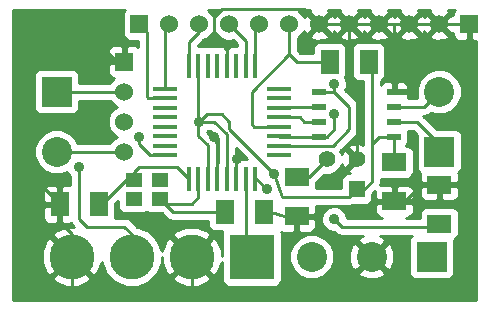
<source format=gbl>
G04 (created by PCBNEW (2013-dec-23)-stable) date Вт 14 апр 2015 10:35:36*
%MOIN*%
G04 Gerber Fmt 3.4, Leading zero omitted, Abs format*
%FSLAX34Y34*%
G01*
G70*
G90*
G04 APERTURE LIST*
%ADD10C,0.00590551*%
%ADD11R,0.0177X0.0787*%
%ADD12R,0.0787X0.0177*%
%ADD13R,0.045X0.02*%
%ADD14R,0.08X0.06*%
%ADD15R,0.06X0.08*%
%ADD16R,0.1X0.1*%
%ADD17C,0.1*%
%ADD18R,0.06X0.06*%
%ADD19C,0.06*%
%ADD20R,0.055X0.055*%
%ADD21C,0.055*%
%ADD22R,0.0551181X0.0472441*%
%ADD23C,0.15*%
%ADD24R,0.15X0.15*%
%ADD25C,0.035*%
%ADD26C,0.01*%
G04 APERTURE END LIST*
G54D10*
G54D11*
X47157Y-33146D03*
X47472Y-33146D03*
X47787Y-33146D03*
X48102Y-33146D03*
X48417Y-33146D03*
X48732Y-33146D03*
X49047Y-33146D03*
X49362Y-33146D03*
X49360Y-29380D03*
X47150Y-29380D03*
X47470Y-29380D03*
X47790Y-29380D03*
X48100Y-29380D03*
X48420Y-29380D03*
X48730Y-29380D03*
X49050Y-29380D03*
G54D12*
X50150Y-32362D03*
X50150Y-32048D03*
X50150Y-31732D03*
X50150Y-31418D03*
X50150Y-31102D03*
X50150Y-30788D03*
X50150Y-30472D03*
X50150Y-30158D03*
X46370Y-32360D03*
X46370Y-32050D03*
X46370Y-31730D03*
X46370Y-31420D03*
X46370Y-31110D03*
X46370Y-30790D03*
X46370Y-30470D03*
X46370Y-30150D03*
G54D13*
X54000Y-31750D03*
X54000Y-31250D03*
X54000Y-30750D03*
X54000Y-30250D03*
X51500Y-30250D03*
X51500Y-30750D03*
X51500Y-31250D03*
X51500Y-31750D03*
G54D14*
X50750Y-34400D03*
X50750Y-33100D03*
X54000Y-33900D03*
X54000Y-32600D03*
G54D15*
X42850Y-34000D03*
X44150Y-34000D03*
X49650Y-34250D03*
X48350Y-34250D03*
G54D16*
X55500Y-32250D03*
G54D17*
X55500Y-30250D03*
G54D16*
X42750Y-30250D03*
G54D17*
X42750Y-32250D03*
G54D18*
X56500Y-28000D03*
G54D19*
X55500Y-28000D03*
X54500Y-28000D03*
X53500Y-28000D03*
X52500Y-28000D03*
X51500Y-28000D03*
G54D18*
X45000Y-29250D03*
G54D19*
X45000Y-30250D03*
X45000Y-31250D03*
X45000Y-32250D03*
G54D15*
X51850Y-29250D03*
X53150Y-29250D03*
G54D18*
X45500Y-28000D03*
G54D19*
X46500Y-28000D03*
X47500Y-28000D03*
X48500Y-28000D03*
X49500Y-28000D03*
X50500Y-28000D03*
G54D20*
X52750Y-33500D03*
G54D21*
X52750Y-32500D03*
X51750Y-32500D03*
G54D22*
X46183Y-33814D03*
X45316Y-33814D03*
X46183Y-33185D03*
X45316Y-33185D03*
G54D14*
X55500Y-34650D03*
X55500Y-33350D03*
G54D23*
X47250Y-35750D03*
X45250Y-35750D03*
G54D24*
X49250Y-35750D03*
G54D23*
X43250Y-35750D03*
G54D16*
X55250Y-35750D03*
G54D17*
X53250Y-35750D03*
X51250Y-35750D03*
G54D25*
X46000Y-34500D03*
X48750Y-32500D03*
X48000Y-31750D03*
X52000Y-34500D03*
X52000Y-31000D03*
X49750Y-33500D03*
X52000Y-30000D03*
X43500Y-32750D03*
X45500Y-31750D03*
X50000Y-33000D03*
X47500Y-31250D03*
G54D26*
X46000Y-34500D02*
X47250Y-35750D01*
X52000Y-37000D02*
X56000Y-37000D01*
X56100Y-33350D02*
X55500Y-33350D01*
X56500Y-33750D02*
X56100Y-33350D01*
X56500Y-34350D02*
X56500Y-33750D01*
X56500Y-36500D02*
X56500Y-34350D01*
X56000Y-37000D02*
X56500Y-36500D01*
X47000Y-37000D02*
X52000Y-37000D01*
X52000Y-37000D02*
X53250Y-35750D01*
X54000Y-33900D02*
X54350Y-33900D01*
X54350Y-33900D02*
X54900Y-33350D01*
X54900Y-33350D02*
X55500Y-33350D01*
X43250Y-35750D02*
X43250Y-37000D01*
X43250Y-37000D02*
X47000Y-37000D01*
X47000Y-37000D02*
X47250Y-36750D01*
X47250Y-36750D02*
X47250Y-35750D01*
X43250Y-35750D02*
X43250Y-35000D01*
X42850Y-34600D02*
X42850Y-34000D01*
X43250Y-35000D02*
X42850Y-34600D01*
X48732Y-32518D02*
X48750Y-32500D01*
X48732Y-33146D02*
X48732Y-32518D01*
X48102Y-33146D02*
X48102Y-31852D01*
X48102Y-31852D02*
X48000Y-31750D01*
X54000Y-30250D02*
X54000Y-28000D01*
X53500Y-28000D02*
X54000Y-28000D01*
X54000Y-28000D02*
X54500Y-28000D01*
X52500Y-28000D02*
X53500Y-28000D01*
X48250Y-27500D02*
X51000Y-27500D01*
X48420Y-28670D02*
X48000Y-28250D01*
X48000Y-28250D02*
X48000Y-27750D01*
X48000Y-27750D02*
X48250Y-27500D01*
X48420Y-29380D02*
X48420Y-28670D01*
X51000Y-27500D02*
X51500Y-28000D01*
X54500Y-28000D02*
X55500Y-28000D01*
X55500Y-28000D02*
X56500Y-28000D01*
X51500Y-28000D02*
X52500Y-28000D01*
X52750Y-32500D02*
X52750Y-30250D01*
X52500Y-30000D02*
X52500Y-28000D01*
X52750Y-30250D02*
X52500Y-30000D01*
X49900Y-34250D02*
X50650Y-34500D01*
X50650Y-34500D02*
X50750Y-34400D01*
X45000Y-29250D02*
X44750Y-29250D01*
X41750Y-32900D02*
X42850Y-34000D01*
X41750Y-29000D02*
X41750Y-32900D01*
X42250Y-28500D02*
X41750Y-29000D01*
X44000Y-28500D02*
X42250Y-28500D01*
X44750Y-29250D02*
X44000Y-28500D01*
X54000Y-30750D02*
X55000Y-30750D01*
X55000Y-30750D02*
X55500Y-30250D01*
X46370Y-30470D02*
X45780Y-30470D01*
X45750Y-28250D02*
X45500Y-28000D01*
X45750Y-30440D02*
X45750Y-28250D01*
X45780Y-30470D02*
X45750Y-30440D01*
X54250Y-34750D02*
X55400Y-34750D01*
X55400Y-34750D02*
X55500Y-34650D01*
X52250Y-34750D02*
X54250Y-34750D01*
X52000Y-34500D02*
X52250Y-34750D01*
X52000Y-31500D02*
X52000Y-31000D01*
X51750Y-31750D02*
X52000Y-31500D01*
X51500Y-31750D02*
X51750Y-31750D01*
X51500Y-31750D02*
X50168Y-31750D01*
X50168Y-31750D02*
X50150Y-31732D01*
X49362Y-33146D02*
X49396Y-33146D01*
X49396Y-33146D02*
X49750Y-33500D01*
X52000Y-30250D02*
X52000Y-30000D01*
X50150Y-32048D02*
X51952Y-32048D01*
X52000Y-30250D02*
X51500Y-30250D01*
X52500Y-30750D02*
X52000Y-30250D01*
X52500Y-31500D02*
X52500Y-30750D01*
X51952Y-32048D02*
X52500Y-31500D01*
X50150Y-31102D02*
X50852Y-31102D01*
X51000Y-31250D02*
X51500Y-31250D01*
X50852Y-31102D02*
X51000Y-31250D01*
X51500Y-30750D02*
X50188Y-30750D01*
X50188Y-30750D02*
X50150Y-30788D01*
X49360Y-29380D02*
X49360Y-28140D01*
X49360Y-28140D02*
X49500Y-28000D01*
X49047Y-33146D02*
X49047Y-35547D01*
X49047Y-35547D02*
X49250Y-35750D01*
X42750Y-30250D02*
X45000Y-30250D01*
X45250Y-35750D02*
X45250Y-35000D01*
X43500Y-34500D02*
X43500Y-32750D01*
X43750Y-34750D02*
X43500Y-34500D01*
X45000Y-34750D02*
X43750Y-34750D01*
X45250Y-35000D02*
X45000Y-34750D01*
X50750Y-33100D02*
X51150Y-33100D01*
X51150Y-33100D02*
X51750Y-32500D01*
X45000Y-32250D02*
X42750Y-32250D01*
X44150Y-34000D02*
X44250Y-34000D01*
X45064Y-33185D02*
X45316Y-33185D01*
X44250Y-34000D02*
X45064Y-33185D01*
X45316Y-33185D02*
X45316Y-32933D01*
X46761Y-32750D02*
X47157Y-33146D01*
X45500Y-32750D02*
X46761Y-32750D01*
X45316Y-32933D02*
X45500Y-32750D01*
X47472Y-33146D02*
X47472Y-33778D01*
X46368Y-34000D02*
X46183Y-33814D01*
X47250Y-34000D02*
X46368Y-34000D01*
X47472Y-33778D02*
X47250Y-34000D01*
X48600Y-34250D02*
X46618Y-34250D01*
X46618Y-34250D02*
X46183Y-33814D01*
X45860Y-32360D02*
X45500Y-32000D01*
X45500Y-32000D02*
X45500Y-31750D01*
X46370Y-32360D02*
X45860Y-32360D01*
X51850Y-29250D02*
X50750Y-29250D01*
X50750Y-29250D02*
X50500Y-29000D01*
X50150Y-31418D02*
X49332Y-31418D01*
X50500Y-29000D02*
X50500Y-28000D01*
X49250Y-30250D02*
X50500Y-29000D01*
X49250Y-30500D02*
X49250Y-30250D01*
X49250Y-31336D02*
X49250Y-30500D01*
X49332Y-31418D02*
X49250Y-31336D01*
X49050Y-28800D02*
X49050Y-28550D01*
X49050Y-29380D02*
X49050Y-28800D01*
X49050Y-28550D02*
X48500Y-28000D01*
X47150Y-29380D02*
X47150Y-28600D01*
X47500Y-28250D02*
X47500Y-28000D01*
X47150Y-28600D02*
X47500Y-28250D01*
X46370Y-30150D02*
X46370Y-28130D01*
X46370Y-28130D02*
X46500Y-28000D01*
X55500Y-32250D02*
X55500Y-32000D01*
X54750Y-31250D02*
X54000Y-31250D01*
X55500Y-32000D02*
X54750Y-31250D01*
X50500Y-33750D02*
X50250Y-33750D01*
X50000Y-33000D02*
X50250Y-33750D01*
X50500Y-33750D02*
X52500Y-33750D01*
X52500Y-33750D02*
X52750Y-33500D01*
X47500Y-31250D02*
X47750Y-31000D01*
X48500Y-31500D02*
X50000Y-33000D01*
X48500Y-31250D02*
X48500Y-31500D01*
X48250Y-31000D02*
X48500Y-31250D01*
X47750Y-31000D02*
X48250Y-31000D01*
X47500Y-31250D02*
X48000Y-31250D01*
X48417Y-31667D02*
X48417Y-33146D01*
X48000Y-31250D02*
X48417Y-31667D01*
X47500Y-31250D02*
X47470Y-31250D01*
X47470Y-31250D02*
X47500Y-31250D01*
X47500Y-31250D02*
X47470Y-31250D01*
X47787Y-33146D02*
X47787Y-32037D01*
X47470Y-31720D02*
X47470Y-31250D01*
X47470Y-31250D02*
X47470Y-30720D01*
X47470Y-30720D02*
X47470Y-30470D01*
X47787Y-32037D02*
X47470Y-31720D01*
X47470Y-29380D02*
X47470Y-30470D01*
X53250Y-32000D02*
X53250Y-29350D01*
X53250Y-29350D02*
X53150Y-29250D01*
X54000Y-31750D02*
X54000Y-32600D01*
X52750Y-33500D02*
X53000Y-33500D01*
X53250Y-33250D02*
X53250Y-32000D01*
X53000Y-33500D02*
X53250Y-33250D01*
X53500Y-31750D02*
X54000Y-31750D01*
X53250Y-32000D02*
X53500Y-31750D01*
G54D10*
G36*
X48117Y-32610D02*
X48116Y-32610D01*
X48102Y-32646D01*
X48087Y-32611D01*
X48087Y-32610D01*
X48087Y-32037D01*
X48064Y-31922D01*
X47999Y-31824D01*
X47999Y-31824D01*
X47770Y-31595D01*
X47770Y-31580D01*
X47801Y-31550D01*
X47875Y-31550D01*
X48117Y-31791D01*
X48117Y-32610D01*
X48117Y-32610D01*
G37*
G54D26*
X48117Y-32610D02*
X48116Y-32610D01*
X48102Y-32646D01*
X48087Y-32611D01*
X48087Y-32610D01*
X48087Y-32037D01*
X48064Y-31922D01*
X47999Y-31824D01*
X47999Y-31824D01*
X47770Y-31595D01*
X47770Y-31580D01*
X47801Y-31550D01*
X47875Y-31550D01*
X48117Y-31791D01*
X48117Y-32610D01*
G54D10*
G36*
X48198Y-27529D02*
X48188Y-27533D01*
X48034Y-27688D01*
X48000Y-27769D01*
X47966Y-27688D01*
X47811Y-27534D01*
X47801Y-27529D01*
X48198Y-27529D01*
X48198Y-27529D01*
G37*
G54D26*
X48198Y-27529D02*
X48188Y-27533D01*
X48034Y-27688D01*
X48000Y-27769D01*
X47966Y-27688D01*
X47811Y-27534D01*
X47801Y-27529D01*
X48198Y-27529D01*
G54D10*
G36*
X48750Y-28736D02*
X48591Y-28736D01*
X48575Y-28743D01*
X48558Y-28736D01*
X48526Y-28736D01*
X48464Y-28799D01*
X48464Y-28810D01*
X48429Y-28844D01*
X48415Y-28880D01*
X48400Y-28845D01*
X48375Y-28820D01*
X48375Y-28799D01*
X48313Y-28736D01*
X48281Y-28736D01*
X48260Y-28745D01*
X48238Y-28736D01*
X48138Y-28736D01*
X47961Y-28736D01*
X47945Y-28743D01*
X47928Y-28736D01*
X47828Y-28736D01*
X47651Y-28736D01*
X47630Y-28745D01*
X47608Y-28736D01*
X47508Y-28736D01*
X47450Y-28736D01*
X47450Y-28724D01*
X47634Y-28539D01*
X47811Y-28466D01*
X47965Y-28311D01*
X47999Y-28230D01*
X48033Y-28311D01*
X48188Y-28465D01*
X48390Y-28549D01*
X48608Y-28550D01*
X48620Y-28545D01*
X48750Y-28674D01*
X48750Y-28736D01*
X48750Y-28736D01*
G37*
G54D26*
X48750Y-28736D02*
X48591Y-28736D01*
X48575Y-28743D01*
X48558Y-28736D01*
X48526Y-28736D01*
X48464Y-28799D01*
X48464Y-28810D01*
X48429Y-28844D01*
X48415Y-28880D01*
X48400Y-28845D01*
X48375Y-28820D01*
X48375Y-28799D01*
X48313Y-28736D01*
X48281Y-28736D01*
X48260Y-28745D01*
X48238Y-28736D01*
X48138Y-28736D01*
X47961Y-28736D01*
X47945Y-28743D01*
X47928Y-28736D01*
X47828Y-28736D01*
X47651Y-28736D01*
X47630Y-28745D01*
X47608Y-28736D01*
X47508Y-28736D01*
X47450Y-28736D01*
X47450Y-28724D01*
X47634Y-28539D01*
X47811Y-28466D01*
X47965Y-28311D01*
X47999Y-28230D01*
X48033Y-28311D01*
X48188Y-28465D01*
X48390Y-28549D01*
X48608Y-28550D01*
X48620Y-28545D01*
X48750Y-28674D01*
X48750Y-28736D01*
G54D10*
G36*
X49078Y-32502D02*
X48908Y-32502D01*
X48889Y-32510D01*
X48870Y-32502D01*
X48838Y-32502D01*
X48776Y-32565D01*
X48776Y-32581D01*
X48746Y-32610D01*
X48732Y-32646D01*
X48717Y-32611D01*
X48717Y-32610D01*
X48717Y-32141D01*
X49078Y-32502D01*
X49078Y-32502D01*
G37*
G54D26*
X49078Y-32502D02*
X48908Y-32502D01*
X48889Y-32510D01*
X48870Y-32502D01*
X48838Y-32502D01*
X48776Y-32565D01*
X48776Y-32581D01*
X48746Y-32610D01*
X48732Y-32646D01*
X48717Y-32611D01*
X48717Y-32610D01*
X48717Y-32141D01*
X49078Y-32502D01*
G54D10*
G36*
X49707Y-34300D02*
X49700Y-34300D01*
X49700Y-34307D01*
X49600Y-34307D01*
X49600Y-34300D01*
X49592Y-34300D01*
X49592Y-34200D01*
X49600Y-34200D01*
X49600Y-34192D01*
X49700Y-34192D01*
X49700Y-34200D01*
X49707Y-34200D01*
X49707Y-34300D01*
X49707Y-34300D01*
G37*
G54D26*
X49707Y-34300D02*
X49700Y-34300D01*
X49700Y-34307D01*
X49600Y-34307D01*
X49600Y-34300D01*
X49592Y-34300D01*
X49592Y-34200D01*
X49600Y-34200D01*
X49600Y-34192D01*
X49700Y-34192D01*
X49700Y-34200D01*
X49707Y-34200D01*
X49707Y-34300D01*
G54D10*
G36*
X56720Y-37200D02*
X56150Y-37200D01*
X56150Y-34900D01*
X56150Y-34300D01*
X56150Y-33699D01*
X56150Y-33462D01*
X56087Y-33400D01*
X55550Y-33400D01*
X55550Y-33837D01*
X55612Y-33900D01*
X55850Y-33900D01*
X55949Y-33899D01*
X56041Y-33861D01*
X56112Y-33791D01*
X56150Y-33699D01*
X56150Y-34300D01*
X56112Y-34208D01*
X56041Y-34138D01*
X55949Y-34100D01*
X55850Y-34099D01*
X55450Y-34099D01*
X55450Y-33837D01*
X55450Y-33400D01*
X54912Y-33400D01*
X54850Y-33462D01*
X54849Y-33699D01*
X54887Y-33791D01*
X54958Y-33861D01*
X55050Y-33899D01*
X55149Y-33900D01*
X55387Y-33900D01*
X55450Y-33837D01*
X55450Y-34099D01*
X55050Y-34099D01*
X54958Y-34137D01*
X54888Y-34208D01*
X54850Y-34300D01*
X54849Y-34399D01*
X54849Y-34450D01*
X54399Y-34450D01*
X54449Y-34449D01*
X54541Y-34411D01*
X54612Y-34341D01*
X54650Y-34249D01*
X54650Y-33550D01*
X54612Y-33458D01*
X54541Y-33388D01*
X54449Y-33350D01*
X54350Y-33349D01*
X54112Y-33350D01*
X54050Y-33412D01*
X54050Y-33850D01*
X54587Y-33850D01*
X54650Y-33787D01*
X54650Y-33550D01*
X54650Y-34249D01*
X54650Y-34012D01*
X54587Y-33950D01*
X54050Y-33950D01*
X54050Y-33957D01*
X53950Y-33957D01*
X53950Y-33950D01*
X53412Y-33950D01*
X53350Y-34012D01*
X53349Y-34249D01*
X53387Y-34341D01*
X53458Y-34411D01*
X53550Y-34449D01*
X53600Y-34450D01*
X52425Y-34450D01*
X52425Y-34415D01*
X52360Y-34259D01*
X52241Y-34139D01*
X52084Y-34075D01*
X51915Y-34074D01*
X51759Y-34139D01*
X51639Y-34258D01*
X51575Y-34415D01*
X51574Y-34584D01*
X51639Y-34740D01*
X51758Y-34860D01*
X51915Y-34924D01*
X52000Y-34925D01*
X52037Y-34962D01*
X52037Y-34962D01*
X52135Y-35027D01*
X52250Y-35050D01*
X52970Y-35050D01*
X52841Y-35103D01*
X52790Y-35219D01*
X53250Y-35679D01*
X53709Y-35219D01*
X53658Y-35103D01*
X53519Y-35050D01*
X54250Y-35050D01*
X54596Y-35050D01*
X54538Y-35108D01*
X54500Y-35200D01*
X54499Y-35299D01*
X54499Y-36299D01*
X54537Y-36391D01*
X54608Y-36461D01*
X54700Y-36499D01*
X54799Y-36500D01*
X55799Y-36500D01*
X55891Y-36462D01*
X55961Y-36391D01*
X55999Y-36299D01*
X56000Y-36200D01*
X56000Y-35200D01*
X55992Y-35182D01*
X56041Y-35162D01*
X56111Y-35091D01*
X56149Y-34999D01*
X56150Y-34900D01*
X56150Y-37200D01*
X54003Y-37200D01*
X54003Y-35879D01*
X53995Y-35581D01*
X53896Y-35341D01*
X53780Y-35290D01*
X53320Y-35750D01*
X53780Y-36209D01*
X53896Y-36158D01*
X54003Y-35879D01*
X54003Y-37200D01*
X53709Y-37200D01*
X53709Y-36280D01*
X53250Y-35820D01*
X53179Y-35891D01*
X53179Y-35750D01*
X52719Y-35290D01*
X52603Y-35341D01*
X52496Y-35620D01*
X52504Y-35918D01*
X52603Y-36158D01*
X52719Y-36209D01*
X53179Y-35750D01*
X53179Y-35891D01*
X52790Y-36280D01*
X52841Y-36396D01*
X53120Y-36503D01*
X53418Y-36495D01*
X53658Y-36396D01*
X53709Y-36280D01*
X53709Y-37200D01*
X52000Y-37200D01*
X52000Y-35601D01*
X51886Y-35325D01*
X51675Y-35114D01*
X51400Y-35000D01*
X51400Y-34749D01*
X51400Y-34512D01*
X51337Y-34450D01*
X50800Y-34450D01*
X50800Y-34887D01*
X50862Y-34950D01*
X51100Y-34950D01*
X51199Y-34949D01*
X51291Y-34911D01*
X51362Y-34841D01*
X51400Y-34749D01*
X51400Y-35000D01*
X51399Y-35000D01*
X51101Y-34999D01*
X50825Y-35113D01*
X50614Y-35324D01*
X50500Y-35600D01*
X50499Y-35898D01*
X50613Y-36174D01*
X50824Y-36385D01*
X51100Y-36499D01*
X51398Y-36500D01*
X51674Y-36386D01*
X51885Y-36175D01*
X51999Y-35899D01*
X52000Y-35601D01*
X52000Y-37200D01*
X47890Y-37200D01*
X47890Y-36461D01*
X47250Y-35820D01*
X46609Y-36461D01*
X46691Y-36603D01*
X47060Y-36751D01*
X47458Y-36748D01*
X47808Y-36603D01*
X47890Y-36461D01*
X47890Y-37200D01*
X43890Y-37200D01*
X43890Y-36461D01*
X43250Y-35820D01*
X43179Y-35891D01*
X43179Y-35750D01*
X42538Y-35109D01*
X42396Y-35191D01*
X42248Y-35560D01*
X42251Y-35958D01*
X42396Y-36308D01*
X42538Y-36390D01*
X43179Y-35750D01*
X43179Y-35891D01*
X42609Y-36461D01*
X42691Y-36603D01*
X43060Y-36751D01*
X43458Y-36748D01*
X43808Y-36603D01*
X43890Y-36461D01*
X43890Y-37200D01*
X41300Y-37200D01*
X41300Y-27529D01*
X45016Y-27529D01*
X44988Y-27558D01*
X44950Y-27650D01*
X44949Y-27749D01*
X44949Y-28349D01*
X44987Y-28441D01*
X45058Y-28511D01*
X45150Y-28549D01*
X45249Y-28550D01*
X45450Y-28550D01*
X45450Y-28746D01*
X45441Y-28738D01*
X45349Y-28700D01*
X45250Y-28699D01*
X45112Y-28700D01*
X45050Y-28762D01*
X45050Y-29200D01*
X45057Y-29200D01*
X45057Y-29300D01*
X45050Y-29300D01*
X45050Y-29307D01*
X44950Y-29307D01*
X44950Y-29300D01*
X44950Y-29200D01*
X44950Y-28762D01*
X44887Y-28700D01*
X44749Y-28699D01*
X44650Y-28700D01*
X44558Y-28738D01*
X44487Y-28808D01*
X44449Y-28900D01*
X44450Y-29137D01*
X44512Y-29200D01*
X44950Y-29200D01*
X44950Y-29300D01*
X44512Y-29300D01*
X44450Y-29362D01*
X44449Y-29599D01*
X44487Y-29691D01*
X44558Y-29761D01*
X44650Y-29799D01*
X44672Y-29799D01*
X44534Y-29938D01*
X44529Y-29950D01*
X43500Y-29950D01*
X43500Y-29700D01*
X43462Y-29608D01*
X43391Y-29538D01*
X43299Y-29500D01*
X43200Y-29499D01*
X42200Y-29499D01*
X42108Y-29537D01*
X42038Y-29608D01*
X42000Y-29700D01*
X41999Y-29799D01*
X41999Y-30799D01*
X42037Y-30891D01*
X42108Y-30961D01*
X42200Y-30999D01*
X42299Y-31000D01*
X43299Y-31000D01*
X43391Y-30962D01*
X43461Y-30891D01*
X43499Y-30799D01*
X43500Y-30700D01*
X43500Y-30550D01*
X44528Y-30550D01*
X44533Y-30561D01*
X44688Y-30715D01*
X44769Y-30749D01*
X44688Y-30783D01*
X44534Y-30938D01*
X44450Y-31140D01*
X44449Y-31358D01*
X44533Y-31561D01*
X44688Y-31715D01*
X44769Y-31749D01*
X44688Y-31783D01*
X44534Y-31938D01*
X44529Y-31950D01*
X43437Y-31950D01*
X43386Y-31825D01*
X43175Y-31614D01*
X42899Y-31500D01*
X42601Y-31499D01*
X42325Y-31613D01*
X42114Y-31824D01*
X42000Y-32100D01*
X41999Y-32398D01*
X42113Y-32674D01*
X42324Y-32885D01*
X42600Y-32999D01*
X42898Y-33000D01*
X43107Y-32913D01*
X43139Y-32990D01*
X43200Y-33051D01*
X43200Y-33350D01*
X43199Y-33349D01*
X42962Y-33350D01*
X42900Y-33412D01*
X42900Y-33950D01*
X42907Y-33950D01*
X42907Y-34050D01*
X42900Y-34050D01*
X42900Y-34587D01*
X42962Y-34650D01*
X43199Y-34650D01*
X43236Y-34634D01*
X43287Y-34712D01*
X43324Y-34749D01*
X43041Y-34751D01*
X42800Y-34851D01*
X42800Y-34587D01*
X42800Y-34050D01*
X42800Y-33950D01*
X42800Y-33412D01*
X42737Y-33350D01*
X42500Y-33349D01*
X42408Y-33387D01*
X42338Y-33458D01*
X42300Y-33550D01*
X42299Y-33649D01*
X42300Y-33887D01*
X42362Y-33950D01*
X42800Y-33950D01*
X42800Y-34050D01*
X42362Y-34050D01*
X42300Y-34112D01*
X42299Y-34350D01*
X42300Y-34449D01*
X42338Y-34541D01*
X42408Y-34612D01*
X42500Y-34650D01*
X42737Y-34650D01*
X42800Y-34587D01*
X42800Y-34851D01*
X42691Y-34896D01*
X42609Y-35038D01*
X43250Y-35679D01*
X43255Y-35673D01*
X43326Y-35744D01*
X43320Y-35750D01*
X43961Y-36390D01*
X44103Y-36308D01*
X44249Y-35944D01*
X44249Y-35948D01*
X44401Y-36315D01*
X44682Y-36597D01*
X45050Y-36749D01*
X45448Y-36750D01*
X45815Y-36598D01*
X46097Y-36317D01*
X46249Y-35949D01*
X46249Y-35754D01*
X46251Y-35958D01*
X46396Y-36308D01*
X46538Y-36390D01*
X47179Y-35750D01*
X46538Y-35109D01*
X46396Y-35191D01*
X46250Y-35555D01*
X46250Y-35551D01*
X46098Y-35184D01*
X45817Y-34902D01*
X45449Y-34750D01*
X45424Y-34750D01*
X45212Y-34537D01*
X45114Y-34472D01*
X45000Y-34450D01*
X44699Y-34450D01*
X44699Y-34449D01*
X44700Y-34350D01*
X44700Y-33974D01*
X44791Y-33882D01*
X44791Y-34100D01*
X44829Y-34192D01*
X44899Y-34262D01*
X44991Y-34301D01*
X45090Y-34301D01*
X45642Y-34301D01*
X45733Y-34263D01*
X45749Y-34247D01*
X45765Y-34262D01*
X45857Y-34301D01*
X45956Y-34301D01*
X46245Y-34301D01*
X46405Y-34462D01*
X46405Y-34462D01*
X46503Y-34527D01*
X46618Y-34549D01*
X46618Y-34550D01*
X47799Y-34550D01*
X47799Y-34699D01*
X47837Y-34791D01*
X47908Y-34861D01*
X48000Y-34899D01*
X48099Y-34900D01*
X48270Y-34900D01*
X48250Y-34950D01*
X48249Y-35049D01*
X48249Y-35740D01*
X48248Y-35541D01*
X48103Y-35191D01*
X47961Y-35109D01*
X47890Y-35180D01*
X47890Y-35038D01*
X47808Y-34896D01*
X47439Y-34748D01*
X47041Y-34751D01*
X46691Y-34896D01*
X46609Y-35038D01*
X47250Y-35679D01*
X47890Y-35038D01*
X47890Y-35180D01*
X47320Y-35750D01*
X47961Y-36390D01*
X48103Y-36308D01*
X48249Y-35943D01*
X48249Y-36549D01*
X48287Y-36641D01*
X48358Y-36711D01*
X48450Y-36749D01*
X48549Y-36750D01*
X50049Y-36750D01*
X50141Y-36712D01*
X50211Y-36641D01*
X50249Y-36549D01*
X50250Y-36450D01*
X50250Y-34950D01*
X50239Y-34924D01*
X50300Y-34949D01*
X50399Y-34950D01*
X50637Y-34950D01*
X50700Y-34887D01*
X50700Y-34450D01*
X50692Y-34450D01*
X50692Y-34350D01*
X50700Y-34350D01*
X50700Y-34342D01*
X50800Y-34342D01*
X50800Y-34350D01*
X51337Y-34350D01*
X51400Y-34287D01*
X51400Y-34050D01*
X51399Y-34050D01*
X52500Y-34050D01*
X52500Y-34049D01*
X52614Y-34027D01*
X52614Y-34027D01*
X52617Y-34025D01*
X52617Y-34025D01*
X53074Y-34025D01*
X53166Y-33987D01*
X53236Y-33916D01*
X53274Y-33824D01*
X53275Y-33725D01*
X53275Y-33649D01*
X53349Y-33574D01*
X53350Y-33787D01*
X53412Y-33850D01*
X53950Y-33850D01*
X53950Y-33412D01*
X53887Y-33350D01*
X53649Y-33349D01*
X53550Y-33350D01*
X53528Y-33359D01*
X53549Y-33250D01*
X53550Y-33250D01*
X53550Y-33149D01*
X53550Y-33149D01*
X53649Y-33150D01*
X54449Y-33150D01*
X54541Y-33112D01*
X54611Y-33041D01*
X54649Y-32949D01*
X54650Y-32850D01*
X54650Y-32250D01*
X54612Y-32158D01*
X54541Y-32088D01*
X54449Y-32050D01*
X54378Y-32049D01*
X54436Y-31991D01*
X54474Y-31899D01*
X54475Y-31800D01*
X54475Y-31600D01*
X54454Y-31550D01*
X54625Y-31550D01*
X54757Y-31681D01*
X54750Y-31700D01*
X54749Y-31799D01*
X54749Y-32799D01*
X54787Y-32891D01*
X54858Y-32961D01*
X54864Y-32964D01*
X54849Y-33000D01*
X54850Y-33237D01*
X54912Y-33300D01*
X55450Y-33300D01*
X55450Y-33292D01*
X55550Y-33292D01*
X55550Y-33300D01*
X56087Y-33300D01*
X56150Y-33237D01*
X56150Y-33000D01*
X56135Y-32964D01*
X56141Y-32962D01*
X56211Y-32891D01*
X56249Y-32799D01*
X56250Y-32700D01*
X56250Y-31700D01*
X56212Y-31608D01*
X56141Y-31538D01*
X56049Y-31500D01*
X55950Y-31499D01*
X55424Y-31499D01*
X54974Y-31050D01*
X55000Y-31050D01*
X55000Y-31049D01*
X55114Y-31027D01*
X55114Y-31027D01*
X55212Y-30962D01*
X55225Y-30948D01*
X55350Y-30999D01*
X55648Y-31000D01*
X55924Y-30886D01*
X56135Y-30675D01*
X56249Y-30399D01*
X56250Y-30101D01*
X56136Y-29825D01*
X55925Y-29614D01*
X55815Y-29568D01*
X55815Y-28385D01*
X55500Y-28070D01*
X55429Y-28141D01*
X55429Y-28000D01*
X55114Y-27684D01*
X55018Y-27712D01*
X55001Y-27760D01*
X54981Y-27712D01*
X54885Y-27684D01*
X54570Y-28000D01*
X54885Y-28315D01*
X54981Y-28287D01*
X54998Y-28239D01*
X55018Y-28287D01*
X55114Y-28315D01*
X55429Y-28000D01*
X55429Y-28141D01*
X55184Y-28385D01*
X55212Y-28481D01*
X55418Y-28554D01*
X55636Y-28543D01*
X55787Y-28481D01*
X55815Y-28385D01*
X55815Y-29568D01*
X55649Y-29500D01*
X55351Y-29499D01*
X55075Y-29613D01*
X54864Y-29824D01*
X54815Y-29943D01*
X54815Y-28385D01*
X54500Y-28070D01*
X54429Y-28141D01*
X54429Y-28000D01*
X54114Y-27684D01*
X54018Y-27712D01*
X54001Y-27760D01*
X53981Y-27712D01*
X53885Y-27684D01*
X53570Y-28000D01*
X53885Y-28315D01*
X53981Y-28287D01*
X53998Y-28239D01*
X54018Y-28287D01*
X54114Y-28315D01*
X54429Y-28000D01*
X54429Y-28141D01*
X54184Y-28385D01*
X54212Y-28481D01*
X54418Y-28554D01*
X54636Y-28543D01*
X54787Y-28481D01*
X54815Y-28385D01*
X54815Y-29943D01*
X54750Y-30100D01*
X54749Y-30398D01*
X54771Y-30450D01*
X54454Y-30450D01*
X54475Y-30399D01*
X54475Y-30100D01*
X54437Y-30008D01*
X54366Y-29938D01*
X54274Y-29900D01*
X54175Y-29899D01*
X54112Y-29900D01*
X54050Y-29962D01*
X54050Y-30200D01*
X54412Y-30200D01*
X54475Y-30137D01*
X54475Y-30100D01*
X54475Y-30399D01*
X54475Y-30362D01*
X54412Y-30300D01*
X54050Y-30300D01*
X54050Y-30307D01*
X53950Y-30307D01*
X53950Y-30300D01*
X53942Y-30300D01*
X53942Y-30200D01*
X53950Y-30200D01*
X53950Y-29962D01*
X53887Y-29900D01*
X53824Y-29899D01*
X53815Y-29899D01*
X53815Y-28385D01*
X53500Y-28070D01*
X53429Y-28141D01*
X53429Y-28000D01*
X53114Y-27684D01*
X53018Y-27712D01*
X53001Y-27760D01*
X52981Y-27712D01*
X52885Y-27684D01*
X52570Y-28000D01*
X52885Y-28315D01*
X52981Y-28287D01*
X52998Y-28239D01*
X53018Y-28287D01*
X53114Y-28315D01*
X53429Y-28000D01*
X53429Y-28141D01*
X53184Y-28385D01*
X53212Y-28481D01*
X53418Y-28554D01*
X53636Y-28543D01*
X53787Y-28481D01*
X53815Y-28385D01*
X53815Y-29899D01*
X53725Y-29900D01*
X53633Y-29938D01*
X53562Y-30008D01*
X53550Y-30039D01*
X53550Y-29879D01*
X53591Y-29862D01*
X53661Y-29791D01*
X53699Y-29699D01*
X53700Y-29600D01*
X53700Y-28800D01*
X53662Y-28708D01*
X53591Y-28638D01*
X53499Y-28600D01*
X53400Y-28599D01*
X52815Y-28599D01*
X52815Y-28385D01*
X52500Y-28070D01*
X52429Y-28141D01*
X52429Y-28000D01*
X52114Y-27684D01*
X52018Y-27712D01*
X52001Y-27760D01*
X51981Y-27712D01*
X51885Y-27684D01*
X51570Y-28000D01*
X51885Y-28315D01*
X51981Y-28287D01*
X51998Y-28239D01*
X52018Y-28287D01*
X52114Y-28315D01*
X52429Y-28000D01*
X52429Y-28141D01*
X52184Y-28385D01*
X52212Y-28481D01*
X52418Y-28554D01*
X52636Y-28543D01*
X52787Y-28481D01*
X52815Y-28385D01*
X52815Y-28599D01*
X52800Y-28599D01*
X52708Y-28637D01*
X52638Y-28708D01*
X52600Y-28800D01*
X52599Y-28899D01*
X52599Y-29699D01*
X52637Y-29791D01*
X52708Y-29861D01*
X52800Y-29899D01*
X52899Y-29900D01*
X52950Y-29900D01*
X52950Y-32000D01*
X52950Y-32013D01*
X52825Y-31970D01*
X52617Y-31981D01*
X52477Y-32039D01*
X52452Y-32132D01*
X52750Y-32429D01*
X52755Y-32423D01*
X52826Y-32494D01*
X52820Y-32500D01*
X52826Y-32505D01*
X52755Y-32576D01*
X52750Y-32570D01*
X52452Y-32867D01*
X52477Y-32960D01*
X52518Y-32974D01*
X52425Y-32974D01*
X52333Y-33012D01*
X52263Y-33083D01*
X52225Y-33175D01*
X52224Y-33274D01*
X52224Y-33450D01*
X51399Y-33450D01*
X51399Y-33449D01*
X51400Y-33350D01*
X51400Y-33274D01*
X51649Y-33024D01*
X51853Y-33025D01*
X52047Y-32945D01*
X52194Y-32797D01*
X52247Y-32671D01*
X52289Y-32772D01*
X52382Y-32797D01*
X52679Y-32500D01*
X52382Y-32202D01*
X52289Y-32227D01*
X52250Y-32337D01*
X52202Y-32221D01*
X52712Y-31712D01*
X52777Y-31614D01*
X52799Y-31500D01*
X52800Y-31500D01*
X52800Y-30750D01*
X52777Y-30635D01*
X52712Y-30537D01*
X52712Y-30537D01*
X52376Y-30202D01*
X52424Y-30084D01*
X52425Y-29915D01*
X52367Y-29777D01*
X52399Y-29699D01*
X52400Y-29600D01*
X52400Y-28800D01*
X52362Y-28708D01*
X52291Y-28638D01*
X52199Y-28600D01*
X52100Y-28599D01*
X51815Y-28599D01*
X51815Y-28385D01*
X51500Y-28070D01*
X51184Y-28385D01*
X51212Y-28481D01*
X51418Y-28554D01*
X51636Y-28543D01*
X51787Y-28481D01*
X51815Y-28385D01*
X51815Y-28599D01*
X51500Y-28599D01*
X51408Y-28637D01*
X51338Y-28708D01*
X51300Y-28800D01*
X51299Y-28899D01*
X51299Y-28950D01*
X50874Y-28950D01*
X50800Y-28875D01*
X50800Y-28471D01*
X50811Y-28466D01*
X50965Y-28311D01*
X50997Y-28236D01*
X51018Y-28287D01*
X51114Y-28315D01*
X51429Y-28000D01*
X51114Y-27684D01*
X51018Y-27712D01*
X50999Y-27767D01*
X50966Y-27688D01*
X50811Y-27534D01*
X50801Y-27529D01*
X51209Y-27529D01*
X51184Y-27614D01*
X51500Y-27929D01*
X51815Y-27614D01*
X51790Y-27529D01*
X52209Y-27529D01*
X52184Y-27614D01*
X52500Y-27929D01*
X52815Y-27614D01*
X52790Y-27529D01*
X53209Y-27529D01*
X53184Y-27614D01*
X53500Y-27929D01*
X53815Y-27614D01*
X53790Y-27529D01*
X54209Y-27529D01*
X54184Y-27614D01*
X54500Y-27929D01*
X54815Y-27614D01*
X54790Y-27529D01*
X55209Y-27529D01*
X55184Y-27614D01*
X55500Y-27929D01*
X55815Y-27614D01*
X55790Y-27529D01*
X56016Y-27529D01*
X55988Y-27558D01*
X55950Y-27650D01*
X55949Y-27703D01*
X55885Y-27684D01*
X55570Y-28000D01*
X55885Y-28315D01*
X55949Y-28296D01*
X55950Y-28349D01*
X55988Y-28441D01*
X56058Y-28512D01*
X56150Y-28550D01*
X56387Y-28550D01*
X56450Y-28487D01*
X56450Y-28050D01*
X56442Y-28050D01*
X56442Y-27950D01*
X56450Y-27950D01*
X56450Y-27942D01*
X56550Y-27942D01*
X56550Y-27950D01*
X56557Y-27950D01*
X56557Y-28050D01*
X56550Y-28050D01*
X56550Y-28487D01*
X56612Y-28550D01*
X56720Y-28550D01*
X56720Y-37200D01*
X56720Y-37200D01*
G37*
G54D26*
X56720Y-37200D02*
X56150Y-37200D01*
X56150Y-34900D01*
X56150Y-34300D01*
X56150Y-33699D01*
X56150Y-33462D01*
X56087Y-33400D01*
X55550Y-33400D01*
X55550Y-33837D01*
X55612Y-33900D01*
X55850Y-33900D01*
X55949Y-33899D01*
X56041Y-33861D01*
X56112Y-33791D01*
X56150Y-33699D01*
X56150Y-34300D01*
X56112Y-34208D01*
X56041Y-34138D01*
X55949Y-34100D01*
X55850Y-34099D01*
X55450Y-34099D01*
X55450Y-33837D01*
X55450Y-33400D01*
X54912Y-33400D01*
X54850Y-33462D01*
X54849Y-33699D01*
X54887Y-33791D01*
X54958Y-33861D01*
X55050Y-33899D01*
X55149Y-33900D01*
X55387Y-33900D01*
X55450Y-33837D01*
X55450Y-34099D01*
X55050Y-34099D01*
X54958Y-34137D01*
X54888Y-34208D01*
X54850Y-34300D01*
X54849Y-34399D01*
X54849Y-34450D01*
X54399Y-34450D01*
X54449Y-34449D01*
X54541Y-34411D01*
X54612Y-34341D01*
X54650Y-34249D01*
X54650Y-33550D01*
X54612Y-33458D01*
X54541Y-33388D01*
X54449Y-33350D01*
X54350Y-33349D01*
X54112Y-33350D01*
X54050Y-33412D01*
X54050Y-33850D01*
X54587Y-33850D01*
X54650Y-33787D01*
X54650Y-33550D01*
X54650Y-34249D01*
X54650Y-34012D01*
X54587Y-33950D01*
X54050Y-33950D01*
X54050Y-33957D01*
X53950Y-33957D01*
X53950Y-33950D01*
X53412Y-33950D01*
X53350Y-34012D01*
X53349Y-34249D01*
X53387Y-34341D01*
X53458Y-34411D01*
X53550Y-34449D01*
X53600Y-34450D01*
X52425Y-34450D01*
X52425Y-34415D01*
X52360Y-34259D01*
X52241Y-34139D01*
X52084Y-34075D01*
X51915Y-34074D01*
X51759Y-34139D01*
X51639Y-34258D01*
X51575Y-34415D01*
X51574Y-34584D01*
X51639Y-34740D01*
X51758Y-34860D01*
X51915Y-34924D01*
X52000Y-34925D01*
X52037Y-34962D01*
X52037Y-34962D01*
X52135Y-35027D01*
X52250Y-35050D01*
X52970Y-35050D01*
X52841Y-35103D01*
X52790Y-35219D01*
X53250Y-35679D01*
X53709Y-35219D01*
X53658Y-35103D01*
X53519Y-35050D01*
X54250Y-35050D01*
X54596Y-35050D01*
X54538Y-35108D01*
X54500Y-35200D01*
X54499Y-35299D01*
X54499Y-36299D01*
X54537Y-36391D01*
X54608Y-36461D01*
X54700Y-36499D01*
X54799Y-36500D01*
X55799Y-36500D01*
X55891Y-36462D01*
X55961Y-36391D01*
X55999Y-36299D01*
X56000Y-36200D01*
X56000Y-35200D01*
X55992Y-35182D01*
X56041Y-35162D01*
X56111Y-35091D01*
X56149Y-34999D01*
X56150Y-34900D01*
X56150Y-37200D01*
X54003Y-37200D01*
X54003Y-35879D01*
X53995Y-35581D01*
X53896Y-35341D01*
X53780Y-35290D01*
X53320Y-35750D01*
X53780Y-36209D01*
X53896Y-36158D01*
X54003Y-35879D01*
X54003Y-37200D01*
X53709Y-37200D01*
X53709Y-36280D01*
X53250Y-35820D01*
X53179Y-35891D01*
X53179Y-35750D01*
X52719Y-35290D01*
X52603Y-35341D01*
X52496Y-35620D01*
X52504Y-35918D01*
X52603Y-36158D01*
X52719Y-36209D01*
X53179Y-35750D01*
X53179Y-35891D01*
X52790Y-36280D01*
X52841Y-36396D01*
X53120Y-36503D01*
X53418Y-36495D01*
X53658Y-36396D01*
X53709Y-36280D01*
X53709Y-37200D01*
X52000Y-37200D01*
X52000Y-35601D01*
X51886Y-35325D01*
X51675Y-35114D01*
X51400Y-35000D01*
X51400Y-34749D01*
X51400Y-34512D01*
X51337Y-34450D01*
X50800Y-34450D01*
X50800Y-34887D01*
X50862Y-34950D01*
X51100Y-34950D01*
X51199Y-34949D01*
X51291Y-34911D01*
X51362Y-34841D01*
X51400Y-34749D01*
X51400Y-35000D01*
X51399Y-35000D01*
X51101Y-34999D01*
X50825Y-35113D01*
X50614Y-35324D01*
X50500Y-35600D01*
X50499Y-35898D01*
X50613Y-36174D01*
X50824Y-36385D01*
X51100Y-36499D01*
X51398Y-36500D01*
X51674Y-36386D01*
X51885Y-36175D01*
X51999Y-35899D01*
X52000Y-35601D01*
X52000Y-37200D01*
X47890Y-37200D01*
X47890Y-36461D01*
X47250Y-35820D01*
X46609Y-36461D01*
X46691Y-36603D01*
X47060Y-36751D01*
X47458Y-36748D01*
X47808Y-36603D01*
X47890Y-36461D01*
X47890Y-37200D01*
X43890Y-37200D01*
X43890Y-36461D01*
X43250Y-35820D01*
X43179Y-35891D01*
X43179Y-35750D01*
X42538Y-35109D01*
X42396Y-35191D01*
X42248Y-35560D01*
X42251Y-35958D01*
X42396Y-36308D01*
X42538Y-36390D01*
X43179Y-35750D01*
X43179Y-35891D01*
X42609Y-36461D01*
X42691Y-36603D01*
X43060Y-36751D01*
X43458Y-36748D01*
X43808Y-36603D01*
X43890Y-36461D01*
X43890Y-37200D01*
X41300Y-37200D01*
X41300Y-27529D01*
X45016Y-27529D01*
X44988Y-27558D01*
X44950Y-27650D01*
X44949Y-27749D01*
X44949Y-28349D01*
X44987Y-28441D01*
X45058Y-28511D01*
X45150Y-28549D01*
X45249Y-28550D01*
X45450Y-28550D01*
X45450Y-28746D01*
X45441Y-28738D01*
X45349Y-28700D01*
X45250Y-28699D01*
X45112Y-28700D01*
X45050Y-28762D01*
X45050Y-29200D01*
X45057Y-29200D01*
X45057Y-29300D01*
X45050Y-29300D01*
X45050Y-29307D01*
X44950Y-29307D01*
X44950Y-29300D01*
X44950Y-29200D01*
X44950Y-28762D01*
X44887Y-28700D01*
X44749Y-28699D01*
X44650Y-28700D01*
X44558Y-28738D01*
X44487Y-28808D01*
X44449Y-28900D01*
X44450Y-29137D01*
X44512Y-29200D01*
X44950Y-29200D01*
X44950Y-29300D01*
X44512Y-29300D01*
X44450Y-29362D01*
X44449Y-29599D01*
X44487Y-29691D01*
X44558Y-29761D01*
X44650Y-29799D01*
X44672Y-29799D01*
X44534Y-29938D01*
X44529Y-29950D01*
X43500Y-29950D01*
X43500Y-29700D01*
X43462Y-29608D01*
X43391Y-29538D01*
X43299Y-29500D01*
X43200Y-29499D01*
X42200Y-29499D01*
X42108Y-29537D01*
X42038Y-29608D01*
X42000Y-29700D01*
X41999Y-29799D01*
X41999Y-30799D01*
X42037Y-30891D01*
X42108Y-30961D01*
X42200Y-30999D01*
X42299Y-31000D01*
X43299Y-31000D01*
X43391Y-30962D01*
X43461Y-30891D01*
X43499Y-30799D01*
X43500Y-30700D01*
X43500Y-30550D01*
X44528Y-30550D01*
X44533Y-30561D01*
X44688Y-30715D01*
X44769Y-30749D01*
X44688Y-30783D01*
X44534Y-30938D01*
X44450Y-31140D01*
X44449Y-31358D01*
X44533Y-31561D01*
X44688Y-31715D01*
X44769Y-31749D01*
X44688Y-31783D01*
X44534Y-31938D01*
X44529Y-31950D01*
X43437Y-31950D01*
X43386Y-31825D01*
X43175Y-31614D01*
X42899Y-31500D01*
X42601Y-31499D01*
X42325Y-31613D01*
X42114Y-31824D01*
X42000Y-32100D01*
X41999Y-32398D01*
X42113Y-32674D01*
X42324Y-32885D01*
X42600Y-32999D01*
X42898Y-33000D01*
X43107Y-32913D01*
X43139Y-32990D01*
X43200Y-33051D01*
X43200Y-33350D01*
X43199Y-33349D01*
X42962Y-33350D01*
X42900Y-33412D01*
X42900Y-33950D01*
X42907Y-33950D01*
X42907Y-34050D01*
X42900Y-34050D01*
X42900Y-34587D01*
X42962Y-34650D01*
X43199Y-34650D01*
X43236Y-34634D01*
X43287Y-34712D01*
X43324Y-34749D01*
X43041Y-34751D01*
X42800Y-34851D01*
X42800Y-34587D01*
X42800Y-34050D01*
X42800Y-33950D01*
X42800Y-33412D01*
X42737Y-33350D01*
X42500Y-33349D01*
X42408Y-33387D01*
X42338Y-33458D01*
X42300Y-33550D01*
X42299Y-33649D01*
X42300Y-33887D01*
X42362Y-33950D01*
X42800Y-33950D01*
X42800Y-34050D01*
X42362Y-34050D01*
X42300Y-34112D01*
X42299Y-34350D01*
X42300Y-34449D01*
X42338Y-34541D01*
X42408Y-34612D01*
X42500Y-34650D01*
X42737Y-34650D01*
X42800Y-34587D01*
X42800Y-34851D01*
X42691Y-34896D01*
X42609Y-35038D01*
X43250Y-35679D01*
X43255Y-35673D01*
X43326Y-35744D01*
X43320Y-35750D01*
X43961Y-36390D01*
X44103Y-36308D01*
X44249Y-35944D01*
X44249Y-35948D01*
X44401Y-36315D01*
X44682Y-36597D01*
X45050Y-36749D01*
X45448Y-36750D01*
X45815Y-36598D01*
X46097Y-36317D01*
X46249Y-35949D01*
X46249Y-35754D01*
X46251Y-35958D01*
X46396Y-36308D01*
X46538Y-36390D01*
X47179Y-35750D01*
X46538Y-35109D01*
X46396Y-35191D01*
X46250Y-35555D01*
X46250Y-35551D01*
X46098Y-35184D01*
X45817Y-34902D01*
X45449Y-34750D01*
X45424Y-34750D01*
X45212Y-34537D01*
X45114Y-34472D01*
X45000Y-34450D01*
X44699Y-34450D01*
X44699Y-34449D01*
X44700Y-34350D01*
X44700Y-33974D01*
X44791Y-33882D01*
X44791Y-34100D01*
X44829Y-34192D01*
X44899Y-34262D01*
X44991Y-34301D01*
X45090Y-34301D01*
X45642Y-34301D01*
X45733Y-34263D01*
X45749Y-34247D01*
X45765Y-34262D01*
X45857Y-34301D01*
X45956Y-34301D01*
X46245Y-34301D01*
X46405Y-34462D01*
X46405Y-34462D01*
X46503Y-34527D01*
X46618Y-34549D01*
X46618Y-34550D01*
X47799Y-34550D01*
X47799Y-34699D01*
X47837Y-34791D01*
X47908Y-34861D01*
X48000Y-34899D01*
X48099Y-34900D01*
X48270Y-34900D01*
X48250Y-34950D01*
X48249Y-35049D01*
X48249Y-35740D01*
X48248Y-35541D01*
X48103Y-35191D01*
X47961Y-35109D01*
X47890Y-35180D01*
X47890Y-35038D01*
X47808Y-34896D01*
X47439Y-34748D01*
X47041Y-34751D01*
X46691Y-34896D01*
X46609Y-35038D01*
X47250Y-35679D01*
X47890Y-35038D01*
X47890Y-35180D01*
X47320Y-35750D01*
X47961Y-36390D01*
X48103Y-36308D01*
X48249Y-35943D01*
X48249Y-36549D01*
X48287Y-36641D01*
X48358Y-36711D01*
X48450Y-36749D01*
X48549Y-36750D01*
X50049Y-36750D01*
X50141Y-36712D01*
X50211Y-36641D01*
X50249Y-36549D01*
X50250Y-36450D01*
X50250Y-34950D01*
X50239Y-34924D01*
X50300Y-34949D01*
X50399Y-34950D01*
X50637Y-34950D01*
X50700Y-34887D01*
X50700Y-34450D01*
X50692Y-34450D01*
X50692Y-34350D01*
X50700Y-34350D01*
X50700Y-34342D01*
X50800Y-34342D01*
X50800Y-34350D01*
X51337Y-34350D01*
X51400Y-34287D01*
X51400Y-34050D01*
X51399Y-34050D01*
X52500Y-34050D01*
X52500Y-34049D01*
X52614Y-34027D01*
X52614Y-34027D01*
X52617Y-34025D01*
X52617Y-34025D01*
X53074Y-34025D01*
X53166Y-33987D01*
X53236Y-33916D01*
X53274Y-33824D01*
X53275Y-33725D01*
X53275Y-33649D01*
X53349Y-33574D01*
X53350Y-33787D01*
X53412Y-33850D01*
X53950Y-33850D01*
X53950Y-33412D01*
X53887Y-33350D01*
X53649Y-33349D01*
X53550Y-33350D01*
X53528Y-33359D01*
X53549Y-33250D01*
X53550Y-33250D01*
X53550Y-33149D01*
X53550Y-33149D01*
X53649Y-33150D01*
X54449Y-33150D01*
X54541Y-33112D01*
X54611Y-33041D01*
X54649Y-32949D01*
X54650Y-32850D01*
X54650Y-32250D01*
X54612Y-32158D01*
X54541Y-32088D01*
X54449Y-32050D01*
X54378Y-32049D01*
X54436Y-31991D01*
X54474Y-31899D01*
X54475Y-31800D01*
X54475Y-31600D01*
X54454Y-31550D01*
X54625Y-31550D01*
X54757Y-31681D01*
X54750Y-31700D01*
X54749Y-31799D01*
X54749Y-32799D01*
X54787Y-32891D01*
X54858Y-32961D01*
X54864Y-32964D01*
X54849Y-33000D01*
X54850Y-33237D01*
X54912Y-33300D01*
X55450Y-33300D01*
X55450Y-33292D01*
X55550Y-33292D01*
X55550Y-33300D01*
X56087Y-33300D01*
X56150Y-33237D01*
X56150Y-33000D01*
X56135Y-32964D01*
X56141Y-32962D01*
X56211Y-32891D01*
X56249Y-32799D01*
X56250Y-32700D01*
X56250Y-31700D01*
X56212Y-31608D01*
X56141Y-31538D01*
X56049Y-31500D01*
X55950Y-31499D01*
X55424Y-31499D01*
X54974Y-31050D01*
X55000Y-31050D01*
X55000Y-31049D01*
X55114Y-31027D01*
X55114Y-31027D01*
X55212Y-30962D01*
X55225Y-30948D01*
X55350Y-30999D01*
X55648Y-31000D01*
X55924Y-30886D01*
X56135Y-30675D01*
X56249Y-30399D01*
X56250Y-30101D01*
X56136Y-29825D01*
X55925Y-29614D01*
X55815Y-29568D01*
X55815Y-28385D01*
X55500Y-28070D01*
X55429Y-28141D01*
X55429Y-28000D01*
X55114Y-27684D01*
X55018Y-27712D01*
X55001Y-27760D01*
X54981Y-27712D01*
X54885Y-27684D01*
X54570Y-28000D01*
X54885Y-28315D01*
X54981Y-28287D01*
X54998Y-28239D01*
X55018Y-28287D01*
X55114Y-28315D01*
X55429Y-28000D01*
X55429Y-28141D01*
X55184Y-28385D01*
X55212Y-28481D01*
X55418Y-28554D01*
X55636Y-28543D01*
X55787Y-28481D01*
X55815Y-28385D01*
X55815Y-29568D01*
X55649Y-29500D01*
X55351Y-29499D01*
X55075Y-29613D01*
X54864Y-29824D01*
X54815Y-29943D01*
X54815Y-28385D01*
X54500Y-28070D01*
X54429Y-28141D01*
X54429Y-28000D01*
X54114Y-27684D01*
X54018Y-27712D01*
X54001Y-27760D01*
X53981Y-27712D01*
X53885Y-27684D01*
X53570Y-28000D01*
X53885Y-28315D01*
X53981Y-28287D01*
X53998Y-28239D01*
X54018Y-28287D01*
X54114Y-28315D01*
X54429Y-28000D01*
X54429Y-28141D01*
X54184Y-28385D01*
X54212Y-28481D01*
X54418Y-28554D01*
X54636Y-28543D01*
X54787Y-28481D01*
X54815Y-28385D01*
X54815Y-29943D01*
X54750Y-30100D01*
X54749Y-30398D01*
X54771Y-30450D01*
X54454Y-30450D01*
X54475Y-30399D01*
X54475Y-30100D01*
X54437Y-30008D01*
X54366Y-29938D01*
X54274Y-29900D01*
X54175Y-29899D01*
X54112Y-29900D01*
X54050Y-29962D01*
X54050Y-30200D01*
X54412Y-30200D01*
X54475Y-30137D01*
X54475Y-30100D01*
X54475Y-30399D01*
X54475Y-30362D01*
X54412Y-30300D01*
X54050Y-30300D01*
X54050Y-30307D01*
X53950Y-30307D01*
X53950Y-30300D01*
X53942Y-30300D01*
X53942Y-30200D01*
X53950Y-30200D01*
X53950Y-29962D01*
X53887Y-29900D01*
X53824Y-29899D01*
X53815Y-29899D01*
X53815Y-28385D01*
X53500Y-28070D01*
X53429Y-28141D01*
X53429Y-28000D01*
X53114Y-27684D01*
X53018Y-27712D01*
X53001Y-27760D01*
X52981Y-27712D01*
X52885Y-27684D01*
X52570Y-28000D01*
X52885Y-28315D01*
X52981Y-28287D01*
X52998Y-28239D01*
X53018Y-28287D01*
X53114Y-28315D01*
X53429Y-28000D01*
X53429Y-28141D01*
X53184Y-28385D01*
X53212Y-28481D01*
X53418Y-28554D01*
X53636Y-28543D01*
X53787Y-28481D01*
X53815Y-28385D01*
X53815Y-29899D01*
X53725Y-29900D01*
X53633Y-29938D01*
X53562Y-30008D01*
X53550Y-30039D01*
X53550Y-29879D01*
X53591Y-29862D01*
X53661Y-29791D01*
X53699Y-29699D01*
X53700Y-29600D01*
X53700Y-28800D01*
X53662Y-28708D01*
X53591Y-28638D01*
X53499Y-28600D01*
X53400Y-28599D01*
X52815Y-28599D01*
X52815Y-28385D01*
X52500Y-28070D01*
X52429Y-28141D01*
X52429Y-28000D01*
X52114Y-27684D01*
X52018Y-27712D01*
X52001Y-27760D01*
X51981Y-27712D01*
X51885Y-27684D01*
X51570Y-28000D01*
X51885Y-28315D01*
X51981Y-28287D01*
X51998Y-28239D01*
X52018Y-28287D01*
X52114Y-28315D01*
X52429Y-28000D01*
X52429Y-28141D01*
X52184Y-28385D01*
X52212Y-28481D01*
X52418Y-28554D01*
X52636Y-28543D01*
X52787Y-28481D01*
X52815Y-28385D01*
X52815Y-28599D01*
X52800Y-28599D01*
X52708Y-28637D01*
X52638Y-28708D01*
X52600Y-28800D01*
X52599Y-28899D01*
X52599Y-29699D01*
X52637Y-29791D01*
X52708Y-29861D01*
X52800Y-29899D01*
X52899Y-29900D01*
X52950Y-29900D01*
X52950Y-32000D01*
X52950Y-32013D01*
X52825Y-31970D01*
X52617Y-31981D01*
X52477Y-32039D01*
X52452Y-32132D01*
X52750Y-32429D01*
X52755Y-32423D01*
X52826Y-32494D01*
X52820Y-32500D01*
X52826Y-32505D01*
X52755Y-32576D01*
X52750Y-32570D01*
X52452Y-32867D01*
X52477Y-32960D01*
X52518Y-32974D01*
X52425Y-32974D01*
X52333Y-33012D01*
X52263Y-33083D01*
X52225Y-33175D01*
X52224Y-33274D01*
X52224Y-33450D01*
X51399Y-33450D01*
X51399Y-33449D01*
X51400Y-33350D01*
X51400Y-33274D01*
X51649Y-33024D01*
X51853Y-33025D01*
X52047Y-32945D01*
X52194Y-32797D01*
X52247Y-32671D01*
X52289Y-32772D01*
X52382Y-32797D01*
X52679Y-32500D01*
X52382Y-32202D01*
X52289Y-32227D01*
X52250Y-32337D01*
X52202Y-32221D01*
X52712Y-31712D01*
X52777Y-31614D01*
X52799Y-31500D01*
X52800Y-31500D01*
X52800Y-30750D01*
X52777Y-30635D01*
X52712Y-30537D01*
X52712Y-30537D01*
X52376Y-30202D01*
X52424Y-30084D01*
X52425Y-29915D01*
X52367Y-29777D01*
X52399Y-29699D01*
X52400Y-29600D01*
X52400Y-28800D01*
X52362Y-28708D01*
X52291Y-28638D01*
X52199Y-28600D01*
X52100Y-28599D01*
X51815Y-28599D01*
X51815Y-28385D01*
X51500Y-28070D01*
X51184Y-28385D01*
X51212Y-28481D01*
X51418Y-28554D01*
X51636Y-28543D01*
X51787Y-28481D01*
X51815Y-28385D01*
X51815Y-28599D01*
X51500Y-28599D01*
X51408Y-28637D01*
X51338Y-28708D01*
X51300Y-28800D01*
X51299Y-28899D01*
X51299Y-28950D01*
X50874Y-28950D01*
X50800Y-28875D01*
X50800Y-28471D01*
X50811Y-28466D01*
X50965Y-28311D01*
X50997Y-28236D01*
X51018Y-28287D01*
X51114Y-28315D01*
X51429Y-28000D01*
X51114Y-27684D01*
X51018Y-27712D01*
X50999Y-27767D01*
X50966Y-27688D01*
X50811Y-27534D01*
X50801Y-27529D01*
X51209Y-27529D01*
X51184Y-27614D01*
X51500Y-27929D01*
X51815Y-27614D01*
X51790Y-27529D01*
X52209Y-27529D01*
X52184Y-27614D01*
X52500Y-27929D01*
X52815Y-27614D01*
X52790Y-27529D01*
X53209Y-27529D01*
X53184Y-27614D01*
X53500Y-27929D01*
X53815Y-27614D01*
X53790Y-27529D01*
X54209Y-27529D01*
X54184Y-27614D01*
X54500Y-27929D01*
X54815Y-27614D01*
X54790Y-27529D01*
X55209Y-27529D01*
X55184Y-27614D01*
X55500Y-27929D01*
X55815Y-27614D01*
X55790Y-27529D01*
X56016Y-27529D01*
X55988Y-27558D01*
X55950Y-27650D01*
X55949Y-27703D01*
X55885Y-27684D01*
X55570Y-28000D01*
X55885Y-28315D01*
X55949Y-28296D01*
X55950Y-28349D01*
X55988Y-28441D01*
X56058Y-28512D01*
X56150Y-28550D01*
X56387Y-28550D01*
X56450Y-28487D01*
X56450Y-28050D01*
X56442Y-28050D01*
X56442Y-27950D01*
X56450Y-27950D01*
X56450Y-27942D01*
X56550Y-27942D01*
X56550Y-27950D01*
X56557Y-27950D01*
X56557Y-28050D01*
X56550Y-28050D01*
X56550Y-28487D01*
X56612Y-28550D01*
X56720Y-28550D01*
X56720Y-37200D01*
M02*

</source>
